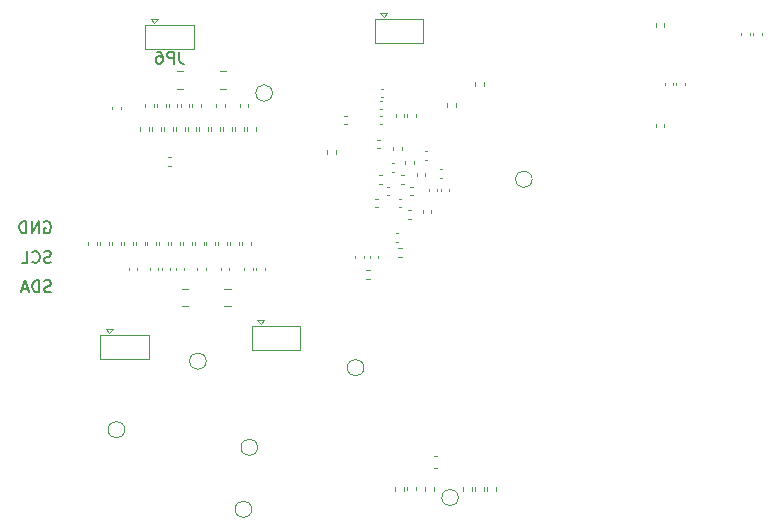
<source format=gbr>
%TF.GenerationSoftware,KiCad,Pcbnew,9.0.0*%
%TF.CreationDate,2025-03-22T23:10:54-04:00*%
%TF.ProjectId,simpleSBC,73696d70-6c65-4534-9243-2e6b69636164,rev?*%
%TF.SameCoordinates,Original*%
%TF.FileFunction,Legend,Bot*%
%TF.FilePolarity,Positive*%
%FSLAX46Y46*%
G04 Gerber Fmt 4.6, Leading zero omitted, Abs format (unit mm)*
G04 Created by KiCad (PCBNEW 9.0.0) date 2025-03-22 23:10:54*
%MOMM*%
%LPD*%
G01*
G04 APERTURE LIST*
%ADD10C,0.150000*%
%ADD11C,0.120000*%
G04 APERTURE END LIST*
D10*
X114960839Y-94822200D02*
X114817982Y-94869819D01*
X114817982Y-94869819D02*
X114579887Y-94869819D01*
X114579887Y-94869819D02*
X114484649Y-94822200D01*
X114484649Y-94822200D02*
X114437030Y-94774580D01*
X114437030Y-94774580D02*
X114389411Y-94679342D01*
X114389411Y-94679342D02*
X114389411Y-94584104D01*
X114389411Y-94584104D02*
X114437030Y-94488866D01*
X114437030Y-94488866D02*
X114484649Y-94441247D01*
X114484649Y-94441247D02*
X114579887Y-94393628D01*
X114579887Y-94393628D02*
X114770363Y-94346009D01*
X114770363Y-94346009D02*
X114865601Y-94298390D01*
X114865601Y-94298390D02*
X114913220Y-94250771D01*
X114913220Y-94250771D02*
X114960839Y-94155533D01*
X114960839Y-94155533D02*
X114960839Y-94060295D01*
X114960839Y-94060295D02*
X114913220Y-93965057D01*
X114913220Y-93965057D02*
X114865601Y-93917438D01*
X114865601Y-93917438D02*
X114770363Y-93869819D01*
X114770363Y-93869819D02*
X114532268Y-93869819D01*
X114532268Y-93869819D02*
X114389411Y-93917438D01*
X113960839Y-94869819D02*
X113960839Y-93869819D01*
X113960839Y-93869819D02*
X113722744Y-93869819D01*
X113722744Y-93869819D02*
X113579887Y-93917438D01*
X113579887Y-93917438D02*
X113484649Y-94012676D01*
X113484649Y-94012676D02*
X113437030Y-94107914D01*
X113437030Y-94107914D02*
X113389411Y-94298390D01*
X113389411Y-94298390D02*
X113389411Y-94441247D01*
X113389411Y-94441247D02*
X113437030Y-94631723D01*
X113437030Y-94631723D02*
X113484649Y-94726961D01*
X113484649Y-94726961D02*
X113579887Y-94822200D01*
X113579887Y-94822200D02*
X113722744Y-94869819D01*
X113722744Y-94869819D02*
X113960839Y-94869819D01*
X113008458Y-94584104D02*
X112532268Y-94584104D01*
X113103696Y-94869819D02*
X112770363Y-93869819D01*
X112770363Y-93869819D02*
X112437030Y-94869819D01*
X114960839Y-92322200D02*
X114817982Y-92369819D01*
X114817982Y-92369819D02*
X114579887Y-92369819D01*
X114579887Y-92369819D02*
X114484649Y-92322200D01*
X114484649Y-92322200D02*
X114437030Y-92274580D01*
X114437030Y-92274580D02*
X114389411Y-92179342D01*
X114389411Y-92179342D02*
X114389411Y-92084104D01*
X114389411Y-92084104D02*
X114437030Y-91988866D01*
X114437030Y-91988866D02*
X114484649Y-91941247D01*
X114484649Y-91941247D02*
X114579887Y-91893628D01*
X114579887Y-91893628D02*
X114770363Y-91846009D01*
X114770363Y-91846009D02*
X114865601Y-91798390D01*
X114865601Y-91798390D02*
X114913220Y-91750771D01*
X114913220Y-91750771D02*
X114960839Y-91655533D01*
X114960839Y-91655533D02*
X114960839Y-91560295D01*
X114960839Y-91560295D02*
X114913220Y-91465057D01*
X114913220Y-91465057D02*
X114865601Y-91417438D01*
X114865601Y-91417438D02*
X114770363Y-91369819D01*
X114770363Y-91369819D02*
X114532268Y-91369819D01*
X114532268Y-91369819D02*
X114389411Y-91417438D01*
X113389411Y-92274580D02*
X113437030Y-92322200D01*
X113437030Y-92322200D02*
X113579887Y-92369819D01*
X113579887Y-92369819D02*
X113675125Y-92369819D01*
X113675125Y-92369819D02*
X113817982Y-92322200D01*
X113817982Y-92322200D02*
X113913220Y-92226961D01*
X113913220Y-92226961D02*
X113960839Y-92131723D01*
X113960839Y-92131723D02*
X114008458Y-91941247D01*
X114008458Y-91941247D02*
X114008458Y-91798390D01*
X114008458Y-91798390D02*
X113960839Y-91607914D01*
X113960839Y-91607914D02*
X113913220Y-91512676D01*
X113913220Y-91512676D02*
X113817982Y-91417438D01*
X113817982Y-91417438D02*
X113675125Y-91369819D01*
X113675125Y-91369819D02*
X113579887Y-91369819D01*
X113579887Y-91369819D02*
X113437030Y-91417438D01*
X113437030Y-91417438D02*
X113389411Y-91465057D01*
X112484649Y-92369819D02*
X112960839Y-92369819D01*
X112960839Y-92369819D02*
X112960839Y-91369819D01*
X114389411Y-88917438D02*
X114484649Y-88869819D01*
X114484649Y-88869819D02*
X114627506Y-88869819D01*
X114627506Y-88869819D02*
X114770363Y-88917438D01*
X114770363Y-88917438D02*
X114865601Y-89012676D01*
X114865601Y-89012676D02*
X114913220Y-89107914D01*
X114913220Y-89107914D02*
X114960839Y-89298390D01*
X114960839Y-89298390D02*
X114960839Y-89441247D01*
X114960839Y-89441247D02*
X114913220Y-89631723D01*
X114913220Y-89631723D02*
X114865601Y-89726961D01*
X114865601Y-89726961D02*
X114770363Y-89822200D01*
X114770363Y-89822200D02*
X114627506Y-89869819D01*
X114627506Y-89869819D02*
X114532268Y-89869819D01*
X114532268Y-89869819D02*
X114389411Y-89822200D01*
X114389411Y-89822200D02*
X114341792Y-89774580D01*
X114341792Y-89774580D02*
X114341792Y-89441247D01*
X114341792Y-89441247D02*
X114532268Y-89441247D01*
X113913220Y-89869819D02*
X113913220Y-88869819D01*
X113913220Y-88869819D02*
X113341792Y-89869819D01*
X113341792Y-89869819D02*
X113341792Y-88869819D01*
X112865601Y-89869819D02*
X112865601Y-88869819D01*
X112865601Y-88869819D02*
X112627506Y-88869819D01*
X112627506Y-88869819D02*
X112484649Y-88917438D01*
X112484649Y-88917438D02*
X112389411Y-89012676D01*
X112389411Y-89012676D02*
X112341792Y-89107914D01*
X112341792Y-89107914D02*
X112294173Y-89298390D01*
X112294173Y-89298390D02*
X112294173Y-89441247D01*
X112294173Y-89441247D02*
X112341792Y-89631723D01*
X112341792Y-89631723D02*
X112389411Y-89726961D01*
X112389411Y-89726961D02*
X112484649Y-89822200D01*
X112484649Y-89822200D02*
X112627506Y-89869819D01*
X112627506Y-89869819D02*
X112865601Y-89869819D01*
X125833333Y-74504819D02*
X125833333Y-75219104D01*
X125833333Y-75219104D02*
X125880952Y-75361961D01*
X125880952Y-75361961D02*
X125976190Y-75457200D01*
X125976190Y-75457200D02*
X126119047Y-75504819D01*
X126119047Y-75504819D02*
X126214285Y-75504819D01*
X125357142Y-75504819D02*
X125357142Y-74504819D01*
X125357142Y-74504819D02*
X124976190Y-74504819D01*
X124976190Y-74504819D02*
X124880952Y-74552438D01*
X124880952Y-74552438D02*
X124833333Y-74600057D01*
X124833333Y-74600057D02*
X124785714Y-74695295D01*
X124785714Y-74695295D02*
X124785714Y-74838152D01*
X124785714Y-74838152D02*
X124833333Y-74933390D01*
X124833333Y-74933390D02*
X124880952Y-74981009D01*
X124880952Y-74981009D02*
X124976190Y-75028628D01*
X124976190Y-75028628D02*
X125357142Y-75028628D01*
X123928571Y-74504819D02*
X124119047Y-74504819D01*
X124119047Y-74504819D02*
X124214285Y-74552438D01*
X124214285Y-74552438D02*
X124261904Y-74600057D01*
X124261904Y-74600057D02*
X124357142Y-74742914D01*
X124357142Y-74742914D02*
X124404761Y-74933390D01*
X124404761Y-74933390D02*
X124404761Y-75314342D01*
X124404761Y-75314342D02*
X124357142Y-75409580D01*
X124357142Y-75409580D02*
X124309523Y-75457200D01*
X124309523Y-75457200D02*
X124214285Y-75504819D01*
X124214285Y-75504819D02*
X124023809Y-75504819D01*
X124023809Y-75504819D02*
X123928571Y-75457200D01*
X123928571Y-75457200D02*
X123880952Y-75409580D01*
X123880952Y-75409580D02*
X123833333Y-75314342D01*
X123833333Y-75314342D02*
X123833333Y-75076247D01*
X123833333Y-75076247D02*
X123880952Y-74981009D01*
X123880952Y-74981009D02*
X123928571Y-74933390D01*
X123928571Y-74933390D02*
X124023809Y-74885771D01*
X124023809Y-74885771D02*
X124214285Y-74885771D01*
X124214285Y-74885771D02*
X124309523Y-74933390D01*
X124309523Y-74933390D02*
X124357142Y-74981009D01*
X124357142Y-74981009D02*
X124404761Y-75076247D01*
D11*
%TO.C,TP6*%
X133700000Y-78000000D02*
G75*
G02*
X132300000Y-78000000I-700000J0D01*
G01*
X132300000Y-78000000D02*
G75*
G02*
X133700000Y-78000000I700000J0D01*
G01*
%TO.C,R32*%
X119120000Y-90596359D02*
X119120000Y-90903641D01*
X119880000Y-90596359D02*
X119880000Y-90903641D01*
%TO.C,R22*%
X128520000Y-81203641D02*
X128520000Y-80896359D01*
X129280000Y-81203641D02*
X129280000Y-80896359D01*
%TO.C,C26*%
X143607836Y-85940000D02*
X143392164Y-85940000D01*
X143607836Y-86660000D02*
X143392164Y-86660000D01*
%TO.C,C13*%
X146940000Y-86307836D02*
X146940000Y-86092164D01*
X147660000Y-86307836D02*
X147660000Y-86092164D01*
%TO.C,C60*%
X127340000Y-92792164D02*
X127340000Y-93007836D01*
X128060000Y-92792164D02*
X128060000Y-93007836D01*
%TO.C,C40*%
X147940000Y-86307836D02*
X147940000Y-86092164D01*
X148660000Y-86307836D02*
X148660000Y-86092164D01*
%TO.C,C51*%
X147640580Y-108740000D02*
X147359420Y-108740000D01*
X147640580Y-109760000D02*
X147359420Y-109760000D01*
%TO.C,C27*%
X141940000Y-91792164D02*
X141940000Y-92007836D01*
X142660000Y-91792164D02*
X142660000Y-92007836D01*
%TO.C,R10*%
X145120000Y-111643641D02*
X145120000Y-111336359D01*
X145880000Y-111643641D02*
X145880000Y-111336359D01*
%TO.C,C31*%
X143940000Y-82807836D02*
X143940000Y-82592164D01*
X144660000Y-82807836D02*
X144660000Y-82592164D01*
%TO.C,C64*%
X130940000Y-79157836D02*
X130940000Y-78942164D01*
X131660000Y-79157836D02*
X131660000Y-78942164D01*
%TO.C,TP4*%
X149450000Y-112250000D02*
G75*
G02*
X148050000Y-112250000I-700000J0D01*
G01*
X148050000Y-112250000D02*
G75*
G02*
X149450000Y-112250000I700000J0D01*
G01*
%TO.C,C17*%
X142872164Y-77640000D02*
X143087836Y-77640000D01*
X142872164Y-78360000D02*
X143087836Y-78360000D01*
%TO.C,JP6*%
X122950000Y-72250000D02*
X122950000Y-74250000D01*
X122950000Y-74250000D02*
X127050000Y-74250000D01*
X123400000Y-71750000D02*
X124000000Y-71750000D01*
X123700000Y-72050000D02*
X123400000Y-71750000D01*
X123700000Y-72050000D02*
X124000000Y-71750000D01*
X127050000Y-72250000D02*
X122950000Y-72250000D01*
X127050000Y-74250000D02*
X127050000Y-72250000D01*
%TO.C,R35*%
X120120000Y-90596359D02*
X120120000Y-90903641D01*
X120880000Y-90596359D02*
X120880000Y-90903641D01*
%TO.C,C32*%
X144607836Y-86940000D02*
X144392164Y-86940000D01*
X144607836Y-87660000D02*
X144392164Y-87660000D01*
%TO.C,R17*%
X125520000Y-81203641D02*
X125520000Y-80896359D01*
X126280000Y-81203641D02*
X126280000Y-80896359D01*
%TO.C,R23*%
X130120000Y-90596359D02*
X130120000Y-90903641D01*
X130880000Y-90596359D02*
X130880000Y-90903641D01*
%TO.C,C48*%
X144140000Y-80007836D02*
X144140000Y-79792164D01*
X144860000Y-80007836D02*
X144860000Y-79792164D01*
%TO.C,R38*%
X126520000Y-81203641D02*
X126520000Y-80896359D01*
X127280000Y-81203641D02*
X127280000Y-80896359D01*
%TO.C,C66*%
X129238748Y-76165000D02*
X129761252Y-76165000D01*
X129238748Y-77635000D02*
X129761252Y-77635000D01*
%TO.C,TP2*%
X121200000Y-106500000D02*
G75*
G02*
X119800000Y-106500000I-700000J0D01*
G01*
X119800000Y-106500000D02*
G75*
G02*
X121200000Y-106500000I700000J0D01*
G01*
%TO.C,C9*%
X120140000Y-79357836D02*
X120140000Y-79142164D01*
X120860000Y-79357836D02*
X120860000Y-79142164D01*
%TO.C,C24*%
X140740000Y-91792164D02*
X140740000Y-92007836D01*
X141460000Y-91792164D02*
X141460000Y-92007836D01*
%TO.C,R37*%
X125120000Y-90596359D02*
X125120000Y-90903641D01*
X125880000Y-90596359D02*
X125880000Y-90903641D01*
%TO.C,C18*%
X146592164Y-82940000D02*
X146807836Y-82940000D01*
X146592164Y-83660000D02*
X146807836Y-83660000D01*
%TO.C,C53*%
X122940000Y-79157836D02*
X122940000Y-78942164D01*
X123660000Y-79157836D02*
X123660000Y-78942164D01*
%TO.C,R39*%
X126120000Y-90596359D02*
X126120000Y-90903641D01*
X126880000Y-90596359D02*
X126880000Y-90903641D01*
%TO.C,C2*%
X125940000Y-79157836D02*
X125940000Y-78942164D01*
X126660000Y-79157836D02*
X126660000Y-78942164D01*
%TO.C,R45*%
X166145000Y-80903641D02*
X166145000Y-80596359D01*
X166905000Y-80903641D02*
X166905000Y-80596359D01*
%TO.C,R21*%
X128120000Y-90596359D02*
X128120000Y-90903641D01*
X128880000Y-90596359D02*
X128880000Y-90903641D01*
%TO.C,C46*%
X145140000Y-80007836D02*
X145140000Y-79792164D01*
X145860000Y-80007836D02*
X145860000Y-79792164D01*
%TO.C,R16*%
X121120000Y-90596359D02*
X121120000Y-90903641D01*
X121880000Y-90596359D02*
X121880000Y-90903641D01*
%TO.C,R25*%
X129120000Y-90596359D02*
X129120000Y-90903641D01*
X129880000Y-90596359D02*
X129880000Y-90903641D01*
%TO.C,JP5*%
X119150000Y-98500000D02*
X119150000Y-100500000D01*
X119150000Y-100500000D02*
X123250000Y-100500000D01*
X119600000Y-98000000D02*
X120200000Y-98000000D01*
X119900000Y-98300000D02*
X119600000Y-98000000D01*
X119900000Y-98300000D02*
X120200000Y-98000000D01*
X123250000Y-98500000D02*
X119150000Y-98500000D01*
X123250000Y-100500000D02*
X123250000Y-98500000D01*
%TO.C,R12*%
X151870000Y-111653641D02*
X151870000Y-111346359D01*
X152630000Y-111653641D02*
X152630000Y-111346359D01*
%TO.C,C59*%
X125540000Y-92792164D02*
X125540000Y-93007836D01*
X126260000Y-92792164D02*
X126260000Y-93007836D01*
%TO.C,C56*%
X128940000Y-79157836D02*
X128940000Y-78942164D01*
X129660000Y-79157836D02*
X129660000Y-78942164D01*
%TO.C,R11*%
X144120000Y-111653641D02*
X144120000Y-111346359D01*
X144880000Y-111653641D02*
X144880000Y-111346359D01*
%TO.C,R5*%
X141646359Y-93020000D02*
X141953641Y-93020000D01*
X141646359Y-93780000D02*
X141953641Y-93780000D01*
%TO.C,C15*%
X146440000Y-87942164D02*
X146440000Y-88157836D01*
X147160000Y-87942164D02*
X147160000Y-88157836D01*
%TO.C,C33*%
X125638748Y-76165000D02*
X126161252Y-76165000D01*
X125638748Y-77635000D02*
X126161252Y-77635000D01*
%TO.C,C82*%
X166915000Y-77357836D02*
X166915000Y-77142164D01*
X167635000Y-77357836D02*
X167635000Y-77142164D01*
%TO.C,R27*%
X127520000Y-81203641D02*
X127520000Y-80896359D01*
X128280000Y-81203641D02*
X128280000Y-80896359D01*
%TO.C,R30*%
X129520000Y-81203641D02*
X129520000Y-80896359D01*
X130280000Y-81203641D02*
X130280000Y-80896359D01*
%TO.C,R36*%
X122120000Y-90596359D02*
X122120000Y-90903641D01*
X122880000Y-90596359D02*
X122880000Y-90903641D01*
%TO.C,R31*%
X118120000Y-90596359D02*
X118120000Y-90903641D01*
X118880000Y-90596359D02*
X118880000Y-90903641D01*
%TO.C,C50*%
X140007836Y-79940000D02*
X139792164Y-79940000D01*
X140007836Y-80660000D02*
X139792164Y-80660000D01*
%TO.C,C21*%
X142957836Y-84940000D02*
X142742164Y-84940000D01*
X142957836Y-85660000D02*
X142742164Y-85660000D01*
%TO.C,R3*%
X138370000Y-83143641D02*
X138370000Y-82836359D01*
X139130000Y-83143641D02*
X139130000Y-82836359D01*
%TO.C,C8*%
X142592164Y-81940000D02*
X142807836Y-81940000D01*
X142592164Y-82660000D02*
X142807836Y-82660000D01*
%TO.C,TP10*%
X131950000Y-113250000D02*
G75*
G02*
X130550000Y-113250000I-700000J0D01*
G01*
X130550000Y-113250000D02*
G75*
G02*
X131950000Y-113250000I700000J0D01*
G01*
%TO.C,C35*%
X145192164Y-87940000D02*
X145407836Y-87940000D01*
X145192164Y-88660000D02*
X145407836Y-88660000D01*
%TO.C,JP7*%
X142400000Y-71750000D02*
X142400000Y-73750000D01*
X142400000Y-73750000D02*
X146500000Y-73750000D01*
X142850000Y-71250000D02*
X143450000Y-71250000D01*
X143150000Y-71550000D02*
X142850000Y-71250000D01*
X143150000Y-71550000D02*
X143450000Y-71250000D01*
X146500000Y-71750000D02*
X142400000Y-71750000D01*
X146500000Y-73750000D02*
X146500000Y-71750000D01*
%TO.C,C55*%
X126940000Y-79157836D02*
X126940000Y-78942164D01*
X127660000Y-79157836D02*
X127660000Y-78942164D01*
%TO.C,R28*%
X123520000Y-81203641D02*
X123520000Y-80896359D01*
X124280000Y-81203641D02*
X124280000Y-80896359D01*
%TO.C,R47*%
X150895000Y-77403641D02*
X150895000Y-77096359D01*
X151655000Y-77403641D02*
X151655000Y-77096359D01*
%TO.C,R14*%
X149870000Y-111653641D02*
X149870000Y-111346359D01*
X150630000Y-111653641D02*
X150630000Y-111346359D01*
%TO.C,C61*%
X129340000Y-92792164D02*
X129340000Y-93007836D01*
X130060000Y-92792164D02*
X130060000Y-93007836D01*
%TO.C,R29*%
X131120000Y-90903641D02*
X131120000Y-90596359D01*
X131880000Y-90903641D02*
X131880000Y-90596359D01*
%TO.C,C5*%
X144592164Y-84940000D02*
X144807836Y-84940000D01*
X144592164Y-85660000D02*
X144807836Y-85660000D01*
%TO.C,R33*%
X123120000Y-90596359D02*
X123120000Y-90903641D01*
X123880000Y-90596359D02*
X123880000Y-90903641D01*
%TO.C,R26*%
X122520000Y-81203641D02*
X122520000Y-80896359D01*
X123280000Y-81203641D02*
X123280000Y-80896359D01*
%TO.C,C52*%
X124340000Y-92792164D02*
X124340000Y-93007836D01*
X125060000Y-92792164D02*
X125060000Y-93007836D01*
%TO.C,C77*%
X173415000Y-73107836D02*
X173415000Y-72892164D01*
X174135000Y-73107836D02*
X174135000Y-72892164D01*
%TO.C,C57*%
X121540000Y-92792164D02*
X121540000Y-93007836D01*
X122260000Y-92792164D02*
X122260000Y-93007836D01*
%TO.C,C11*%
X145392164Y-85940000D02*
X145607836Y-85940000D01*
X145392164Y-86660000D02*
X145607836Y-86660000D01*
%TO.C,C30*%
X142792164Y-78640000D02*
X143007836Y-78640000D01*
X142792164Y-79360000D02*
X143007836Y-79360000D01*
%TO.C,R18*%
X124120000Y-90596359D02*
X124120000Y-90903641D01*
X124880000Y-90596359D02*
X124880000Y-90903641D01*
%TO.C,JP4*%
X131950000Y-97750000D02*
X131950000Y-99750000D01*
X131950000Y-99750000D02*
X136050000Y-99750000D01*
X132400000Y-97250000D02*
X133000000Y-97250000D01*
X132700000Y-97550000D02*
X132400000Y-97250000D01*
X132700000Y-97550000D02*
X133000000Y-97250000D01*
X136050000Y-97750000D02*
X131950000Y-97750000D01*
X136050000Y-99750000D02*
X136050000Y-97750000D01*
%TO.C,C54*%
X124940000Y-79157836D02*
X124940000Y-78942164D01*
X125660000Y-79157836D02*
X125660000Y-78942164D01*
%TO.C,R34*%
X124520000Y-81203641D02*
X124520000Y-80896359D01*
X125280000Y-81203641D02*
X125280000Y-80896359D01*
%TO.C,TP5*%
X132450000Y-108000000D02*
G75*
G02*
X131050000Y-108000000I-700000J0D01*
G01*
X131050000Y-108000000D02*
G75*
G02*
X132450000Y-108000000I700000J0D01*
G01*
%TO.C,C28*%
X144142164Y-89890000D02*
X144357836Y-89890000D01*
X144142164Y-90610000D02*
X144357836Y-90610000D01*
%TO.C,R19*%
X127120000Y-90596359D02*
X127120000Y-90903641D01*
X127880000Y-90596359D02*
X127880000Y-90903641D01*
%TO.C,TP3*%
X141450000Y-101250000D02*
G75*
G02*
X140050000Y-101250000I-700000J0D01*
G01*
X140050000Y-101250000D02*
G75*
G02*
X141450000Y-101250000I700000J0D01*
G01*
%TO.C,R15*%
X146620000Y-111653641D02*
X146620000Y-111346359D01*
X147380000Y-111653641D02*
X147380000Y-111346359D01*
%TO.C,R13*%
X150870000Y-111653641D02*
X150870000Y-111346359D01*
X151630000Y-111653641D02*
X151630000Y-111346359D01*
%TO.C,C78*%
X167915000Y-77357836D02*
X167915000Y-77142164D01*
X168635000Y-77357836D02*
X168635000Y-77142164D01*
%TO.C,R4*%
X123920000Y-79203641D02*
X123920000Y-78896359D01*
X124680000Y-79203641D02*
X124680000Y-78896359D01*
%TO.C,C1*%
X143792164Y-83940000D02*
X144007836Y-83940000D01*
X143792164Y-84660000D02*
X144007836Y-84660000D01*
%TO.C,C58*%
X123340000Y-92792164D02*
X123340000Y-93007836D01*
X124060000Y-92792164D02*
X124060000Y-93007836D01*
%TO.C,R20*%
X130520000Y-81203641D02*
X130520000Y-80896359D01*
X131280000Y-81203641D02*
X131280000Y-80896359D01*
%TO.C,C7*%
X145940000Y-85007836D02*
X145940000Y-84792164D01*
X146660000Y-85007836D02*
X146660000Y-84792164D01*
%TO.C,C65*%
X126038748Y-94565000D02*
X126561252Y-94565000D01*
X126038748Y-96035000D02*
X126561252Y-96035000D01*
%TO.C,TP8*%
X155700000Y-85300000D02*
G75*
G02*
X154300000Y-85300000I-700000J0D01*
G01*
X154300000Y-85300000D02*
G75*
G02*
X155700000Y-85300000I700000J0D01*
G01*
%TO.C,R2*%
X124846359Y-83420000D02*
X125153641Y-83420000D01*
X124846359Y-84180000D02*
X125153641Y-84180000D01*
%TO.C,R1*%
X144346359Y-91120000D02*
X144653641Y-91120000D01*
X144346359Y-91880000D02*
X144653641Y-91880000D01*
%TO.C,R48*%
X148520000Y-79153641D02*
X148520000Y-78846359D01*
X149280000Y-79153641D02*
X149280000Y-78846359D01*
%TO.C,C10*%
X142392164Y-86940000D02*
X142607836Y-86940000D01*
X142392164Y-87660000D02*
X142607836Y-87660000D01*
%TO.C,TP1*%
X128100000Y-100700000D02*
G75*
G02*
X126700000Y-100700000I-700000J0D01*
G01*
X126700000Y-100700000D02*
G75*
G02*
X128100000Y-100700000I700000J0D01*
G01*
%TO.C,C81*%
X174415000Y-73107836D02*
X174415000Y-72892164D01*
X175135000Y-73107836D02*
X175135000Y-72892164D01*
%TO.C,C63*%
X132340000Y-92792164D02*
X132340000Y-93007836D01*
X133060000Y-92792164D02*
X133060000Y-93007836D01*
%TO.C,C34*%
X129638748Y-94565000D02*
X130161252Y-94565000D01*
X129638748Y-96035000D02*
X130161252Y-96035000D01*
%TO.C,C25*%
X142792164Y-79940000D02*
X143007836Y-79940000D01*
X142792164Y-80660000D02*
X143007836Y-80660000D01*
%TO.C,C23*%
X147892164Y-84440000D02*
X148107836Y-84440000D01*
X147892164Y-85160000D02*
X148107836Y-85160000D01*
%TO.C,C3*%
X144940000Y-84007836D02*
X144940000Y-83792164D01*
X145660000Y-84007836D02*
X145660000Y-83792164D01*
%TO.C,R50*%
X166145000Y-72403641D02*
X166145000Y-72096359D01*
X166905000Y-72403641D02*
X166905000Y-72096359D01*
%TO.C,R24*%
X131520000Y-81203641D02*
X131520000Y-80896359D01*
X132280000Y-81203641D02*
X132280000Y-80896359D01*
%TO.C,C62*%
X131340000Y-92792164D02*
X131340000Y-93007836D01*
X132060000Y-92792164D02*
X132060000Y-93007836D01*
%TD*%
M02*

</source>
